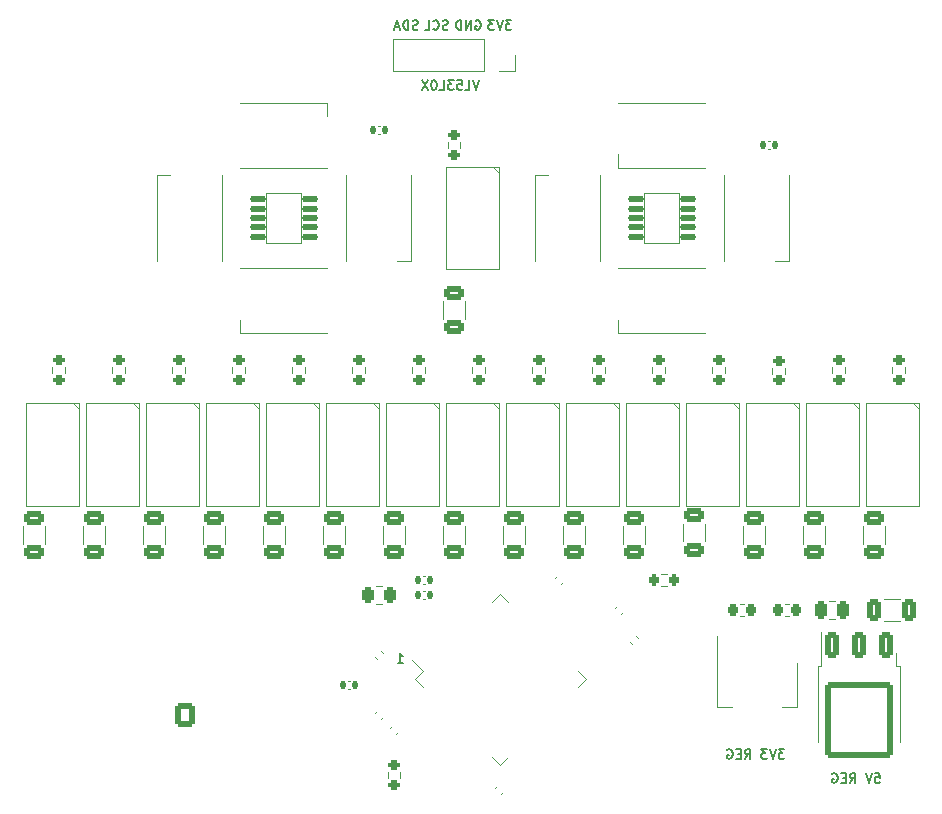
<source format=gbr>
%TF.GenerationSoftware,KiCad,Pcbnew,7.0.9*%
%TF.CreationDate,2024-05-07T12:38:31+09:00*%
%TF.ProjectId,04-line,30342d6c-696e-4652-9e6b-696361645f70,rev?*%
%TF.SameCoordinates,Original*%
%TF.FileFunction,Legend,Bot*%
%TF.FilePolarity,Positive*%
%FSLAX46Y46*%
G04 Gerber Fmt 4.6, Leading zero omitted, Abs format (unit mm)*
G04 Created by KiCad (PCBNEW 7.0.9) date 2024-05-07 12:38:31*
%MOMM*%
%LPD*%
G01*
G04 APERTURE LIST*
G04 Aperture macros list*
%AMRoundRect*
0 Rectangle with rounded corners*
0 $1 Rounding radius*
0 $2 $3 $4 $5 $6 $7 $8 $9 X,Y pos of 4 corners*
0 Add a 4 corners polygon primitive as box body*
4,1,4,$2,$3,$4,$5,$6,$7,$8,$9,$2,$3,0*
0 Add four circle primitives for the rounded corners*
1,1,$1+$1,$2,$3*
1,1,$1+$1,$4,$5*
1,1,$1+$1,$6,$7*
1,1,$1+$1,$8,$9*
0 Add four rect primitives between the rounded corners*
20,1,$1+$1,$2,$3,$4,$5,0*
20,1,$1+$1,$4,$5,$6,$7,0*
20,1,$1+$1,$6,$7,$8,$9,0*
20,1,$1+$1,$8,$9,$2,$3,0*%
G04 Aperture macros list end*
%ADD10C,0.150000*%
%ADD11C,0.120000*%
%ADD12C,0.100000*%
%ADD13R,1.700000X1.700000*%
%ADD14O,1.700000X1.700000*%
%ADD15RoundRect,0.250000X-0.600000X-0.725000X0.600000X-0.725000X0.600000X0.725000X-0.600000X0.725000X0*%
%ADD16O,1.700000X1.950000*%
%ADD17RoundRect,0.140000X-0.140000X-0.170000X0.140000X-0.170000X0.140000X0.170000X-0.140000X0.170000X0*%
%ADD18R,0.900000X1.500000*%
%ADD19C,1.524000*%
%ADD20RoundRect,0.200000X-0.200000X-0.275000X0.200000X-0.275000X0.200000X0.275000X-0.200000X0.275000X0*%
%ADD21RoundRect,0.200000X0.275000X-0.200000X0.275000X0.200000X-0.275000X0.200000X-0.275000X-0.200000X0*%
%ADD22RoundRect,0.125000X0.575000X0.125000X-0.575000X0.125000X-0.575000X-0.125000X0.575000X-0.125000X0*%
%ADD23RoundRect,0.250000X0.325000X0.650000X-0.325000X0.650000X-0.325000X-0.650000X0.325000X-0.650000X0*%
%ADD24RoundRect,0.250000X0.625000X-0.312500X0.625000X0.312500X-0.625000X0.312500X-0.625000X-0.312500X0*%
%ADD25RoundRect,0.250000X-0.250000X-0.475000X0.250000X-0.475000X0.250000X0.475000X-0.250000X0.475000X0*%
%ADD26R,1.500000X0.900000*%
%ADD27RoundRect,0.250000X-0.262500X-0.450000X0.262500X-0.450000X0.262500X0.450000X-0.262500X0.450000X0*%
%ADD28R,0.600000X2.200000*%
%ADD29R,3.450000X2.150000*%
%ADD30RoundRect,0.140000X0.021213X-0.219203X0.219203X-0.021213X-0.021213X0.219203X-0.219203X0.021213X0*%
%ADD31RoundRect,0.140000X0.219203X0.021213X0.021213X0.219203X-0.219203X-0.021213X-0.021213X-0.219203X0*%
%ADD32RoundRect,0.140000X-0.021213X0.219203X-0.219203X0.021213X0.021213X-0.219203X0.219203X-0.021213X0*%
%ADD33RoundRect,0.075000X-0.548008X0.441942X0.441942X-0.548008X0.548008X-0.441942X-0.441942X0.548008X0*%
%ADD34RoundRect,0.075000X-0.548008X-0.441942X-0.441942X-0.548008X0.548008X0.441942X0.441942X0.548008X0*%
%ADD35RoundRect,0.225000X0.225000X0.250000X-0.225000X0.250000X-0.225000X-0.250000X0.225000X-0.250000X0*%
%ADD36RoundRect,0.250000X-0.350000X0.850000X-0.350000X-0.850000X0.350000X-0.850000X0.350000X0.850000X0*%
%ADD37RoundRect,0.249997X-2.650003X2.950003X-2.650003X-2.950003X2.650003X-2.950003X2.650003X2.950003X0*%
%ADD38RoundRect,0.140000X0.140000X0.170000X-0.140000X0.170000X-0.140000X-0.170000X0.140000X-0.170000X0*%
%ADD39RoundRect,0.140000X-0.219203X-0.021213X-0.021213X-0.219203X0.219203X0.021213X0.021213X0.219203X0*%
%ADD40RoundRect,0.225000X-0.225000X-0.250000X0.225000X-0.250000X0.225000X0.250000X-0.225000X0.250000X0*%
%ADD41RoundRect,0.200000X-0.275000X0.200000X-0.275000X-0.200000X0.275000X-0.200000X0.275000X0.200000X0*%
G04 APERTURE END LIST*
D10*
X119471887Y-137016295D02*
X119852839Y-137016295D01*
X119852839Y-137016295D02*
X119890935Y-137397247D01*
X119890935Y-137397247D02*
X119852839Y-137359152D01*
X119852839Y-137359152D02*
X119776649Y-137321057D01*
X119776649Y-137321057D02*
X119586173Y-137321057D01*
X119586173Y-137321057D02*
X119509982Y-137359152D01*
X119509982Y-137359152D02*
X119471887Y-137397247D01*
X119471887Y-137397247D02*
X119433792Y-137473438D01*
X119433792Y-137473438D02*
X119433792Y-137663914D01*
X119433792Y-137663914D02*
X119471887Y-137740104D01*
X119471887Y-137740104D02*
X119509982Y-137778200D01*
X119509982Y-137778200D02*
X119586173Y-137816295D01*
X119586173Y-137816295D02*
X119776649Y-137816295D01*
X119776649Y-137816295D02*
X119852839Y-137778200D01*
X119852839Y-137778200D02*
X119890935Y-137740104D01*
X119205220Y-137016295D02*
X118938553Y-137816295D01*
X118938553Y-137816295D02*
X118671887Y-137016295D01*
X117338553Y-137816295D02*
X117605220Y-137435342D01*
X117795696Y-137816295D02*
X117795696Y-137016295D01*
X117795696Y-137016295D02*
X117490934Y-137016295D01*
X117490934Y-137016295D02*
X117414744Y-137054390D01*
X117414744Y-137054390D02*
X117376649Y-137092485D01*
X117376649Y-137092485D02*
X117338553Y-137168676D01*
X117338553Y-137168676D02*
X117338553Y-137282961D01*
X117338553Y-137282961D02*
X117376649Y-137359152D01*
X117376649Y-137359152D02*
X117414744Y-137397247D01*
X117414744Y-137397247D02*
X117490934Y-137435342D01*
X117490934Y-137435342D02*
X117795696Y-137435342D01*
X116995696Y-137397247D02*
X116729030Y-137397247D01*
X116614744Y-137816295D02*
X116995696Y-137816295D01*
X116995696Y-137816295D02*
X116995696Y-137016295D01*
X116995696Y-137016295D02*
X116614744Y-137016295D01*
X115852839Y-137054390D02*
X115929029Y-137016295D01*
X115929029Y-137016295D02*
X116043315Y-137016295D01*
X116043315Y-137016295D02*
X116157601Y-137054390D01*
X116157601Y-137054390D02*
X116233791Y-137130580D01*
X116233791Y-137130580D02*
X116271886Y-137206771D01*
X116271886Y-137206771D02*
X116309982Y-137359152D01*
X116309982Y-137359152D02*
X116309982Y-137473438D01*
X116309982Y-137473438D02*
X116271886Y-137625819D01*
X116271886Y-137625819D02*
X116233791Y-137702009D01*
X116233791Y-137702009D02*
X116157601Y-137778200D01*
X116157601Y-137778200D02*
X116043315Y-137816295D01*
X116043315Y-137816295D02*
X115967124Y-137816295D01*
X115967124Y-137816295D02*
X115852839Y-137778200D01*
X115852839Y-137778200D02*
X115814743Y-137740104D01*
X115814743Y-137740104D02*
X115814743Y-137473438D01*
X115814743Y-137473438D02*
X115967124Y-137473438D01*
X88687030Y-73262295D02*
X88191792Y-73262295D01*
X88191792Y-73262295D02*
X88458458Y-73567057D01*
X88458458Y-73567057D02*
X88344173Y-73567057D01*
X88344173Y-73567057D02*
X88267982Y-73605152D01*
X88267982Y-73605152D02*
X88229887Y-73643247D01*
X88229887Y-73643247D02*
X88191792Y-73719438D01*
X88191792Y-73719438D02*
X88191792Y-73909914D01*
X88191792Y-73909914D02*
X88229887Y-73986104D01*
X88229887Y-73986104D02*
X88267982Y-74024200D01*
X88267982Y-74024200D02*
X88344173Y-74062295D01*
X88344173Y-74062295D02*
X88572744Y-74062295D01*
X88572744Y-74062295D02*
X88648935Y-74024200D01*
X88648935Y-74024200D02*
X88687030Y-73986104D01*
X87963220Y-73262295D02*
X87696553Y-74062295D01*
X87696553Y-74062295D02*
X87429887Y-73262295D01*
X87239411Y-73262295D02*
X86744173Y-73262295D01*
X86744173Y-73262295D02*
X87010839Y-73567057D01*
X87010839Y-73567057D02*
X86896554Y-73567057D01*
X86896554Y-73567057D02*
X86820363Y-73605152D01*
X86820363Y-73605152D02*
X86782268Y-73643247D01*
X86782268Y-73643247D02*
X86744173Y-73719438D01*
X86744173Y-73719438D02*
X86744173Y-73909914D01*
X86744173Y-73909914D02*
X86782268Y-73986104D01*
X86782268Y-73986104D02*
X86820363Y-74024200D01*
X86820363Y-74024200D02*
X86896554Y-74062295D01*
X86896554Y-74062295D02*
X87125125Y-74062295D01*
X87125125Y-74062295D02*
X87201316Y-74024200D01*
X87201316Y-74024200D02*
X87239411Y-73986104D01*
X85651792Y-73300390D02*
X85727982Y-73262295D01*
X85727982Y-73262295D02*
X85842268Y-73262295D01*
X85842268Y-73262295D02*
X85956554Y-73300390D01*
X85956554Y-73300390D02*
X86032744Y-73376580D01*
X86032744Y-73376580D02*
X86070839Y-73452771D01*
X86070839Y-73452771D02*
X86108935Y-73605152D01*
X86108935Y-73605152D02*
X86108935Y-73719438D01*
X86108935Y-73719438D02*
X86070839Y-73871819D01*
X86070839Y-73871819D02*
X86032744Y-73948009D01*
X86032744Y-73948009D02*
X85956554Y-74024200D01*
X85956554Y-74024200D02*
X85842268Y-74062295D01*
X85842268Y-74062295D02*
X85766077Y-74062295D01*
X85766077Y-74062295D02*
X85651792Y-74024200D01*
X85651792Y-74024200D02*
X85613696Y-73986104D01*
X85613696Y-73986104D02*
X85613696Y-73719438D01*
X85613696Y-73719438D02*
X85766077Y-73719438D01*
X85270839Y-74062295D02*
X85270839Y-73262295D01*
X85270839Y-73262295D02*
X84813696Y-74062295D01*
X84813696Y-74062295D02*
X84813696Y-73262295D01*
X84432744Y-74062295D02*
X84432744Y-73262295D01*
X84432744Y-73262295D02*
X84242268Y-73262295D01*
X84242268Y-73262295D02*
X84127982Y-73300390D01*
X84127982Y-73300390D02*
X84051792Y-73376580D01*
X84051792Y-73376580D02*
X84013697Y-73452771D01*
X84013697Y-73452771D02*
X83975601Y-73605152D01*
X83975601Y-73605152D02*
X83975601Y-73719438D01*
X83975601Y-73719438D02*
X84013697Y-73871819D01*
X84013697Y-73871819D02*
X84051792Y-73948009D01*
X84051792Y-73948009D02*
X84127982Y-74024200D01*
X84127982Y-74024200D02*
X84242268Y-74062295D01*
X84242268Y-74062295D02*
X84432744Y-74062295D01*
X83314935Y-74024200D02*
X83200649Y-74062295D01*
X83200649Y-74062295D02*
X83010173Y-74062295D01*
X83010173Y-74062295D02*
X82933982Y-74024200D01*
X82933982Y-74024200D02*
X82895887Y-73986104D01*
X82895887Y-73986104D02*
X82857792Y-73909914D01*
X82857792Y-73909914D02*
X82857792Y-73833723D01*
X82857792Y-73833723D02*
X82895887Y-73757533D01*
X82895887Y-73757533D02*
X82933982Y-73719438D01*
X82933982Y-73719438D02*
X83010173Y-73681342D01*
X83010173Y-73681342D02*
X83162554Y-73643247D01*
X83162554Y-73643247D02*
X83238744Y-73605152D01*
X83238744Y-73605152D02*
X83276839Y-73567057D01*
X83276839Y-73567057D02*
X83314935Y-73490866D01*
X83314935Y-73490866D02*
X83314935Y-73414676D01*
X83314935Y-73414676D02*
X83276839Y-73338485D01*
X83276839Y-73338485D02*
X83238744Y-73300390D01*
X83238744Y-73300390D02*
X83162554Y-73262295D01*
X83162554Y-73262295D02*
X82972077Y-73262295D01*
X82972077Y-73262295D02*
X82857792Y-73300390D01*
X82057791Y-73986104D02*
X82095887Y-74024200D01*
X82095887Y-74024200D02*
X82210172Y-74062295D01*
X82210172Y-74062295D02*
X82286363Y-74062295D01*
X82286363Y-74062295D02*
X82400649Y-74024200D01*
X82400649Y-74024200D02*
X82476839Y-73948009D01*
X82476839Y-73948009D02*
X82514934Y-73871819D01*
X82514934Y-73871819D02*
X82553030Y-73719438D01*
X82553030Y-73719438D02*
X82553030Y-73605152D01*
X82553030Y-73605152D02*
X82514934Y-73452771D01*
X82514934Y-73452771D02*
X82476839Y-73376580D01*
X82476839Y-73376580D02*
X82400649Y-73300390D01*
X82400649Y-73300390D02*
X82286363Y-73262295D01*
X82286363Y-73262295D02*
X82210172Y-73262295D01*
X82210172Y-73262295D02*
X82095887Y-73300390D01*
X82095887Y-73300390D02*
X82057791Y-73338485D01*
X81333982Y-74062295D02*
X81714934Y-74062295D01*
X81714934Y-74062295D02*
X81714934Y-73262295D01*
X79047792Y-127656295D02*
X79504935Y-127656295D01*
X79276363Y-127656295D02*
X79276363Y-126856295D01*
X79276363Y-126856295D02*
X79352554Y-126970580D01*
X79352554Y-126970580D02*
X79428744Y-127046771D01*
X79428744Y-127046771D02*
X79504935Y-127084866D01*
X80774935Y-74024200D02*
X80660649Y-74062295D01*
X80660649Y-74062295D02*
X80470173Y-74062295D01*
X80470173Y-74062295D02*
X80393982Y-74024200D01*
X80393982Y-74024200D02*
X80355887Y-73986104D01*
X80355887Y-73986104D02*
X80317792Y-73909914D01*
X80317792Y-73909914D02*
X80317792Y-73833723D01*
X80317792Y-73833723D02*
X80355887Y-73757533D01*
X80355887Y-73757533D02*
X80393982Y-73719438D01*
X80393982Y-73719438D02*
X80470173Y-73681342D01*
X80470173Y-73681342D02*
X80622554Y-73643247D01*
X80622554Y-73643247D02*
X80698744Y-73605152D01*
X80698744Y-73605152D02*
X80736839Y-73567057D01*
X80736839Y-73567057D02*
X80774935Y-73490866D01*
X80774935Y-73490866D02*
X80774935Y-73414676D01*
X80774935Y-73414676D02*
X80736839Y-73338485D01*
X80736839Y-73338485D02*
X80698744Y-73300390D01*
X80698744Y-73300390D02*
X80622554Y-73262295D01*
X80622554Y-73262295D02*
X80432077Y-73262295D01*
X80432077Y-73262295D02*
X80317792Y-73300390D01*
X79974934Y-74062295D02*
X79974934Y-73262295D01*
X79974934Y-73262295D02*
X79784458Y-73262295D01*
X79784458Y-73262295D02*
X79670172Y-73300390D01*
X79670172Y-73300390D02*
X79593982Y-73376580D01*
X79593982Y-73376580D02*
X79555887Y-73452771D01*
X79555887Y-73452771D02*
X79517791Y-73605152D01*
X79517791Y-73605152D02*
X79517791Y-73719438D01*
X79517791Y-73719438D02*
X79555887Y-73871819D01*
X79555887Y-73871819D02*
X79593982Y-73948009D01*
X79593982Y-73948009D02*
X79670172Y-74024200D01*
X79670172Y-74024200D02*
X79784458Y-74062295D01*
X79784458Y-74062295D02*
X79974934Y-74062295D01*
X79213030Y-73833723D02*
X78832077Y-73833723D01*
X79289220Y-74062295D02*
X79022553Y-73262295D01*
X79022553Y-73262295D02*
X78755887Y-74062295D01*
X85931125Y-78342295D02*
X85664458Y-79142295D01*
X85664458Y-79142295D02*
X85397792Y-78342295D01*
X84750173Y-79142295D02*
X85131125Y-79142295D01*
X85131125Y-79142295D02*
X85131125Y-78342295D01*
X84102554Y-78342295D02*
X84483506Y-78342295D01*
X84483506Y-78342295D02*
X84521602Y-78723247D01*
X84521602Y-78723247D02*
X84483506Y-78685152D01*
X84483506Y-78685152D02*
X84407316Y-78647057D01*
X84407316Y-78647057D02*
X84216840Y-78647057D01*
X84216840Y-78647057D02*
X84140649Y-78685152D01*
X84140649Y-78685152D02*
X84102554Y-78723247D01*
X84102554Y-78723247D02*
X84064459Y-78799438D01*
X84064459Y-78799438D02*
X84064459Y-78989914D01*
X84064459Y-78989914D02*
X84102554Y-79066104D01*
X84102554Y-79066104D02*
X84140649Y-79104200D01*
X84140649Y-79104200D02*
X84216840Y-79142295D01*
X84216840Y-79142295D02*
X84407316Y-79142295D01*
X84407316Y-79142295D02*
X84483506Y-79104200D01*
X84483506Y-79104200D02*
X84521602Y-79066104D01*
X83797792Y-78342295D02*
X83302554Y-78342295D01*
X83302554Y-78342295D02*
X83569220Y-78647057D01*
X83569220Y-78647057D02*
X83454935Y-78647057D01*
X83454935Y-78647057D02*
X83378744Y-78685152D01*
X83378744Y-78685152D02*
X83340649Y-78723247D01*
X83340649Y-78723247D02*
X83302554Y-78799438D01*
X83302554Y-78799438D02*
X83302554Y-78989914D01*
X83302554Y-78989914D02*
X83340649Y-79066104D01*
X83340649Y-79066104D02*
X83378744Y-79104200D01*
X83378744Y-79104200D02*
X83454935Y-79142295D01*
X83454935Y-79142295D02*
X83683506Y-79142295D01*
X83683506Y-79142295D02*
X83759697Y-79104200D01*
X83759697Y-79104200D02*
X83797792Y-79066104D01*
X82578744Y-79142295D02*
X82959696Y-79142295D01*
X82959696Y-79142295D02*
X82959696Y-78342295D01*
X82159696Y-78342295D02*
X82083506Y-78342295D01*
X82083506Y-78342295D02*
X82007315Y-78380390D01*
X82007315Y-78380390D02*
X81969220Y-78418485D01*
X81969220Y-78418485D02*
X81931125Y-78494676D01*
X81931125Y-78494676D02*
X81893030Y-78647057D01*
X81893030Y-78647057D02*
X81893030Y-78837533D01*
X81893030Y-78837533D02*
X81931125Y-78989914D01*
X81931125Y-78989914D02*
X81969220Y-79066104D01*
X81969220Y-79066104D02*
X82007315Y-79104200D01*
X82007315Y-79104200D02*
X82083506Y-79142295D01*
X82083506Y-79142295D02*
X82159696Y-79142295D01*
X82159696Y-79142295D02*
X82235887Y-79104200D01*
X82235887Y-79104200D02*
X82273982Y-79066104D01*
X82273982Y-79066104D02*
X82312077Y-78989914D01*
X82312077Y-78989914D02*
X82350173Y-78837533D01*
X82350173Y-78837533D02*
X82350173Y-78647057D01*
X82350173Y-78647057D02*
X82312077Y-78494676D01*
X82312077Y-78494676D02*
X82273982Y-78418485D01*
X82273982Y-78418485D02*
X82235887Y-78380390D01*
X82235887Y-78380390D02*
X82159696Y-78342295D01*
X81626363Y-78342295D02*
X81093029Y-79142295D01*
X81093029Y-78342295D02*
X81626363Y-79142295D01*
X111801030Y-134984295D02*
X111305792Y-134984295D01*
X111305792Y-134984295D02*
X111572458Y-135289057D01*
X111572458Y-135289057D02*
X111458173Y-135289057D01*
X111458173Y-135289057D02*
X111381982Y-135327152D01*
X111381982Y-135327152D02*
X111343887Y-135365247D01*
X111343887Y-135365247D02*
X111305792Y-135441438D01*
X111305792Y-135441438D02*
X111305792Y-135631914D01*
X111305792Y-135631914D02*
X111343887Y-135708104D01*
X111343887Y-135708104D02*
X111381982Y-135746200D01*
X111381982Y-135746200D02*
X111458173Y-135784295D01*
X111458173Y-135784295D02*
X111686744Y-135784295D01*
X111686744Y-135784295D02*
X111762935Y-135746200D01*
X111762935Y-135746200D02*
X111801030Y-135708104D01*
X111077220Y-134984295D02*
X110810553Y-135784295D01*
X110810553Y-135784295D02*
X110543887Y-134984295D01*
X110353411Y-134984295D02*
X109858173Y-134984295D01*
X109858173Y-134984295D02*
X110124839Y-135289057D01*
X110124839Y-135289057D02*
X110010554Y-135289057D01*
X110010554Y-135289057D02*
X109934363Y-135327152D01*
X109934363Y-135327152D02*
X109896268Y-135365247D01*
X109896268Y-135365247D02*
X109858173Y-135441438D01*
X109858173Y-135441438D02*
X109858173Y-135631914D01*
X109858173Y-135631914D02*
X109896268Y-135708104D01*
X109896268Y-135708104D02*
X109934363Y-135746200D01*
X109934363Y-135746200D02*
X110010554Y-135784295D01*
X110010554Y-135784295D02*
X110239125Y-135784295D01*
X110239125Y-135784295D02*
X110315316Y-135746200D01*
X110315316Y-135746200D02*
X110353411Y-135708104D01*
X108448648Y-135784295D02*
X108715315Y-135403342D01*
X108905791Y-135784295D02*
X108905791Y-134984295D01*
X108905791Y-134984295D02*
X108601029Y-134984295D01*
X108601029Y-134984295D02*
X108524839Y-135022390D01*
X108524839Y-135022390D02*
X108486744Y-135060485D01*
X108486744Y-135060485D02*
X108448648Y-135136676D01*
X108448648Y-135136676D02*
X108448648Y-135250961D01*
X108448648Y-135250961D02*
X108486744Y-135327152D01*
X108486744Y-135327152D02*
X108524839Y-135365247D01*
X108524839Y-135365247D02*
X108601029Y-135403342D01*
X108601029Y-135403342D02*
X108905791Y-135403342D01*
X108105791Y-135365247D02*
X107839125Y-135365247D01*
X107724839Y-135784295D02*
X108105791Y-135784295D01*
X108105791Y-135784295D02*
X108105791Y-134984295D01*
X108105791Y-134984295D02*
X107724839Y-134984295D01*
X106962934Y-135022390D02*
X107039124Y-134984295D01*
X107039124Y-134984295D02*
X107153410Y-134984295D01*
X107153410Y-134984295D02*
X107267696Y-135022390D01*
X107267696Y-135022390D02*
X107343886Y-135098580D01*
X107343886Y-135098580D02*
X107381981Y-135174771D01*
X107381981Y-135174771D02*
X107420077Y-135327152D01*
X107420077Y-135327152D02*
X107420077Y-135441438D01*
X107420077Y-135441438D02*
X107381981Y-135593819D01*
X107381981Y-135593819D02*
X107343886Y-135670009D01*
X107343886Y-135670009D02*
X107267696Y-135746200D01*
X107267696Y-135746200D02*
X107153410Y-135784295D01*
X107153410Y-135784295D02*
X107077219Y-135784295D01*
X107077219Y-135784295D02*
X106962934Y-135746200D01*
X106962934Y-135746200D02*
X106924838Y-135708104D01*
X106924838Y-135708104D02*
X106924838Y-135441438D01*
X106924838Y-135441438D02*
X107077219Y-135441438D01*
D11*
%TO.C,C15*%
X81172164Y-121560000D02*
X81387836Y-121560000D01*
X81172164Y-122280000D02*
X81387836Y-122280000D01*
%TO.C,D6*%
X80150500Y-86350000D02*
X80150500Y-93650000D01*
X74650500Y-86350000D02*
X74650500Y-93650000D01*
X80150500Y-93650000D02*
X79000500Y-93650000D01*
D12*
%TO.C,U2*%
X82570500Y-106150000D02*
X82070500Y-105650000D01*
X82570500Y-114350000D02*
X78070500Y-114350000D01*
X78070500Y-114350000D02*
X78070500Y-105650000D01*
X78070500Y-105650000D02*
X82570500Y-105650000D01*
X82570500Y-105650000D02*
X82570500Y-114350000D01*
D11*
%TO.C,R26*%
X101362742Y-120127500D02*
X101837258Y-120127500D01*
X101362742Y-121172500D02*
X101837258Y-121172500D01*
D12*
%TO.C,U15*%
X107970500Y-106150000D02*
X107470500Y-105650000D01*
X107970500Y-114350000D02*
X103470500Y-114350000D01*
X103470500Y-114350000D02*
X103470500Y-105650000D01*
X103470500Y-105650000D02*
X107970500Y-105650000D01*
X107970500Y-105650000D02*
X107970500Y-114350000D01*
D11*
%TO.C,C16*%
X81172164Y-120290000D02*
X81387836Y-120290000D01*
X81172164Y-121010000D02*
X81387836Y-121010000D01*
D12*
%TO.C,U14*%
X102890500Y-106150000D02*
X102390500Y-105650000D01*
X102890500Y-114350000D02*
X98390500Y-114350000D01*
X98390500Y-114350000D02*
X98390500Y-105650000D01*
X98390500Y-105650000D02*
X102890500Y-105650000D01*
X102890500Y-105650000D02*
X102890500Y-114350000D01*
D11*
%TO.C,R9*%
X83297500Y-84057258D02*
X83297500Y-83582742D01*
X84342500Y-84057258D02*
X84342500Y-83582742D01*
D12*
%TO.C,U25*%
X70900500Y-87900000D02*
X67900500Y-87900000D01*
X67900500Y-87900000D02*
X67900500Y-92100000D01*
X67900500Y-92100000D02*
X70900500Y-92100000D01*
X70900500Y-92100000D02*
X70900500Y-87900000D01*
%TO.C,U7*%
X57170500Y-106150000D02*
X56670500Y-105650000D01*
X57170500Y-114350000D02*
X52670500Y-114350000D01*
X52670500Y-114350000D02*
X52670500Y-105650000D01*
X52670500Y-105650000D02*
X57170500Y-105650000D01*
X57170500Y-105650000D02*
X57170500Y-114350000D01*
D11*
%TO.C,C10*%
X121616252Y-124100000D02*
X120193748Y-124100000D01*
X121616252Y-122280000D02*
X120193748Y-122280000D01*
%TO.C,R14*%
X57510000Y-117567064D02*
X57510000Y-116112936D01*
X59330000Y-117567064D02*
X59330000Y-116112936D01*
%TO.C,C6*%
X110382164Y-83460000D02*
X110597836Y-83460000D01*
X110382164Y-84180000D02*
X110597836Y-84180000D01*
%TO.C,J2*%
X78680000Y-77530000D02*
X78680000Y-74870000D01*
X86360000Y-77530000D02*
X78680000Y-77530000D01*
X86360000Y-77530000D02*
X86360000Y-74870000D01*
X87630000Y-77530000D02*
X88960000Y-77530000D01*
X88960000Y-77530000D02*
X88960000Y-76200000D01*
X86360000Y-74870000D02*
X78680000Y-74870000D01*
%TO.C,R30*%
X98150000Y-117567064D02*
X98150000Y-116112936D01*
X99970000Y-117567064D02*
X99970000Y-116112936D01*
%TO.C,R25*%
X120952500Y-103107258D02*
X120952500Y-102632742D01*
X121997500Y-103107258D02*
X121997500Y-102632742D01*
D12*
%TO.C,U4*%
X72410500Y-106150000D02*
X71910500Y-105650000D01*
X72410500Y-114350000D02*
X67910500Y-114350000D01*
X67910500Y-114350000D02*
X67910500Y-105650000D01*
X67910500Y-105650000D02*
X72410500Y-105650000D01*
X72410500Y-105650000D02*
X72410500Y-114350000D01*
D11*
%TO.C,R4*%
X65072500Y-103107258D02*
X65072500Y-102632742D01*
X66117500Y-103107258D02*
X66117500Y-102632742D01*
%TO.C,R10*%
X77830000Y-117567064D02*
X77830000Y-116112936D01*
X79650000Y-117567064D02*
X79650000Y-116112936D01*
%TO.C,R34*%
X118470000Y-117567064D02*
X118470000Y-116112936D01*
X120290000Y-117567064D02*
X120290000Y-116112936D01*
%TO.C,R24*%
X115872500Y-103107258D02*
X115872500Y-102632742D01*
X116917500Y-103107258D02*
X116917500Y-102632742D01*
%TO.C,R12*%
X67670000Y-117567064D02*
X67670000Y-116112936D01*
X69490000Y-117567064D02*
X69490000Y-116112936D01*
%TO.C,R7*%
X49832500Y-103107258D02*
X49832500Y-102632742D01*
X50877500Y-103107258D02*
X50877500Y-102632742D01*
%TO.C,R21*%
X100632500Y-103107258D02*
X100632500Y-102632742D01*
X101677500Y-103107258D02*
X101677500Y-102632742D01*
%TO.C,R33*%
X113390000Y-117567064D02*
X113390000Y-116112936D01*
X115210000Y-117567064D02*
X115210000Y-116112936D01*
%TO.C,R17*%
X82910000Y-117567064D02*
X82910000Y-116112936D01*
X84730000Y-117567064D02*
X84730000Y-116112936D01*
%TO.C,R23*%
X110792500Y-103167258D02*
X110792500Y-102692742D01*
X111837500Y-103167258D02*
X111837500Y-102692742D01*
%TO.C,R11*%
X72750000Y-117567064D02*
X72750000Y-116112936D01*
X74570000Y-117567064D02*
X74570000Y-116112936D01*
%TO.C,R18*%
X82910000Y-98517064D02*
X82910000Y-97062936D01*
X84730000Y-98517064D02*
X84730000Y-97062936D01*
%TO.C,R16*%
X47350000Y-117567064D02*
X47350000Y-116112936D01*
X49170000Y-117567064D02*
X49170000Y-116112936D01*
%TO.C,R32*%
X108310000Y-117567064D02*
X108310000Y-116112936D01*
X110130000Y-117567064D02*
X110130000Y-116112936D01*
%TO.C,R3*%
X70152500Y-103107258D02*
X70152500Y-102632742D01*
X71197500Y-103107258D02*
X71197500Y-102632742D01*
%TO.C,C9*%
X115563748Y-122455000D02*
X116086252Y-122455000D01*
X115563748Y-123925000D02*
X116086252Y-123925000D01*
D12*
%TO.C,U5*%
X67330500Y-106150000D02*
X66830500Y-105650000D01*
X67330500Y-114350000D02*
X62830500Y-114350000D01*
X62830500Y-114350000D02*
X62830500Y-105650000D01*
X62830500Y-105650000D02*
X67330500Y-105650000D01*
X67330500Y-105650000D02*
X67330500Y-114350000D01*
D11*
%TO.C,D5*%
X73050500Y-99750000D02*
X65750500Y-99750000D01*
X73050500Y-94250000D02*
X65750500Y-94250000D01*
X65750500Y-99750000D02*
X65750500Y-98600000D01*
%TO.C,FB1*%
X77242936Y-121185000D02*
X77697064Y-121185000D01*
X77242936Y-122655000D02*
X77697064Y-122655000D01*
%TO.C,D3*%
X105050500Y-85750000D02*
X97750500Y-85750000D01*
X105050500Y-80250000D02*
X97750500Y-80250000D01*
X97750500Y-85750000D02*
X97750500Y-84600000D01*
%TO.C,D8*%
X58650500Y-93650000D02*
X58650500Y-86350000D01*
X64150500Y-93650000D02*
X64150500Y-86350000D01*
X58650500Y-86350000D02*
X59800500Y-86350000D01*
%TO.C,U27*%
X106065000Y-125402500D02*
X106065000Y-131412500D01*
X112885000Y-127652500D02*
X112885000Y-131412500D01*
X112885000Y-131412500D02*
X111625000Y-131412500D01*
X106065000Y-131412500D02*
X107325000Y-131412500D01*
%TO.C,C4*%
X77139190Y-131901693D02*
X77291693Y-131749190D01*
X77648307Y-132410810D02*
X77800810Y-132258307D01*
%TO.C,C5*%
X77291693Y-127330810D02*
X77139190Y-127178307D01*
X77800810Y-126821693D02*
X77648307Y-126669190D01*
%TO.C,C12*%
X93040810Y-120828307D02*
X92888307Y-120980810D01*
X92531693Y-120319190D02*
X92379190Y-120471693D01*
%TO.C,R31*%
X103230000Y-117374564D02*
X103230000Y-115920436D01*
X105050000Y-117374564D02*
X105050000Y-115920436D01*
%TO.C,R28*%
X87990000Y-117567064D02*
X87990000Y-116112936D01*
X89810000Y-117567064D02*
X89810000Y-116112936D01*
D12*
%TO.C,U16*%
X113050500Y-106150000D02*
X112550500Y-105650000D01*
X113050500Y-114350000D02*
X108550500Y-114350000D01*
X108550500Y-114350000D02*
X108550500Y-105650000D01*
X108550500Y-105650000D02*
X113050500Y-105650000D01*
X113050500Y-105650000D02*
X113050500Y-114350000D01*
D11*
%TO.C,R22*%
X105712500Y-103107258D02*
X105712500Y-102632742D01*
X106757500Y-103107258D02*
X106757500Y-102632742D01*
%TO.C,U24*%
X87748159Y-121841656D02*
X87076408Y-122513407D01*
X81193279Y-128396536D02*
X80245756Y-127449012D01*
X80521528Y-129068287D02*
X81193279Y-128396536D01*
X88419910Y-122513407D02*
X87748159Y-121841656D01*
X81193279Y-129740038D02*
X80521528Y-129068287D01*
X94303039Y-128396536D02*
X94974790Y-129068287D01*
X87076408Y-135623167D02*
X87748159Y-136294918D01*
X94974790Y-129068287D02*
X94303039Y-129740038D01*
X87748159Y-136294918D02*
X88419910Y-135623167D01*
%TO.C,C8*%
X112155580Y-123700000D02*
X111874420Y-123700000D01*
X112155580Y-122680000D02*
X111874420Y-122680000D01*
D12*
%TO.C,U17*%
X118130500Y-106150000D02*
X117630500Y-105650000D01*
X118130500Y-114350000D02*
X113630500Y-114350000D01*
X113630500Y-114350000D02*
X113630500Y-105650000D01*
X113630500Y-105650000D02*
X118130500Y-105650000D01*
X118130500Y-105650000D02*
X118130500Y-114350000D01*
D11*
%TO.C,D4*%
X90650500Y-93650000D02*
X90650500Y-86350000D01*
X96150500Y-93650000D02*
X96150500Y-86350000D01*
X90650500Y-86350000D02*
X91800500Y-86350000D01*
%TO.C,C14*%
X79070810Y-133528307D02*
X78918307Y-133680810D01*
X78561693Y-133019190D02*
X78409190Y-133171693D01*
D12*
%TO.C,U8*%
X52090500Y-106150000D02*
X51590500Y-105650000D01*
X52090500Y-114350000D02*
X47590500Y-114350000D01*
X47590500Y-114350000D02*
X47590500Y-105650000D01*
X47590500Y-105650000D02*
X52090500Y-105650000D01*
X52090500Y-105650000D02*
X52090500Y-114350000D01*
D11*
%TO.C,R8*%
X85392500Y-103107258D02*
X85392500Y-102632742D01*
X86437500Y-103107258D02*
X86437500Y-102632742D01*
%TO.C,C2*%
X97459190Y-123011693D02*
X97611693Y-122859190D01*
X97968307Y-123520810D02*
X98120810Y-123368307D01*
%TO.C,R29*%
X93070000Y-117567064D02*
X93070000Y-116112936D01*
X94890000Y-117567064D02*
X94890000Y-116112936D01*
%TO.C,R20*%
X95552500Y-103107258D02*
X95552500Y-102632742D01*
X96597500Y-103107258D02*
X96597500Y-102632742D01*
D12*
%TO.C,U12*%
X92730500Y-106150000D02*
X92230500Y-105650000D01*
X92730500Y-114350000D02*
X88230500Y-114350000D01*
X88230500Y-114350000D02*
X88230500Y-105650000D01*
X88230500Y-105650000D02*
X92730500Y-105650000D01*
X92730500Y-105650000D02*
X92730500Y-114350000D01*
D11*
%TO.C,C3*%
X77362164Y-82190000D02*
X77577836Y-82190000D01*
X77362164Y-82910000D02*
X77577836Y-82910000D01*
%TO.C,R5*%
X59992500Y-103107258D02*
X59992500Y-102632742D01*
X61037500Y-103107258D02*
X61037500Y-102632742D01*
%TO.C,U28*%
X121560000Y-127915000D02*
X121290000Y-127915000D01*
X121290000Y-127915000D02*
X121290000Y-126815000D01*
X114930000Y-127915000D02*
X114930000Y-125085000D01*
X114660000Y-127915000D02*
X114930000Y-127915000D01*
X121560000Y-134335000D02*
X121560000Y-127915000D01*
X114660000Y-134335000D02*
X114660000Y-127915000D01*
%TO.C,C1*%
X75037836Y-129900000D02*
X74822164Y-129900000D01*
X75037836Y-129180000D02*
X74822164Y-129180000D01*
%TO.C,R19*%
X90472500Y-103107258D02*
X90472500Y-102632742D01*
X91517500Y-103107258D02*
X91517500Y-102632742D01*
%TO.C,C13*%
X87299190Y-138251693D02*
X87451693Y-138099190D01*
X87808307Y-138760810D02*
X87960810Y-138608307D01*
%TO.C,R1*%
X80312500Y-103107258D02*
X80312500Y-102632742D01*
X81357500Y-103107258D02*
X81357500Y-102632742D01*
%TO.C,R13*%
X62590000Y-117567064D02*
X62590000Y-116112936D01*
X64410000Y-117567064D02*
X64410000Y-116112936D01*
D12*
%TO.C,U3*%
X77490500Y-106150000D02*
X76990500Y-105650000D01*
X77490500Y-114350000D02*
X72990500Y-114350000D01*
X72990500Y-114350000D02*
X72990500Y-105650000D01*
X72990500Y-105650000D02*
X77490500Y-105650000D01*
X77490500Y-105650000D02*
X77490500Y-114350000D01*
%TO.C,U26*%
X102900500Y-87900000D02*
X99900500Y-87900000D01*
X99900500Y-87900000D02*
X99900500Y-92100000D01*
X99900500Y-92100000D02*
X102900500Y-92100000D01*
X102900500Y-92100000D02*
X102900500Y-87900000D01*
%TO.C,U9*%
X87650500Y-106150000D02*
X87150500Y-105650000D01*
X87650500Y-114350000D02*
X83150500Y-114350000D01*
X83150500Y-114350000D02*
X83150500Y-105650000D01*
X83150500Y-105650000D02*
X87650500Y-105650000D01*
X87650500Y-105650000D02*
X87650500Y-114350000D01*
%TO.C,U18*%
X123210500Y-106150000D02*
X122710500Y-105650000D01*
X123210500Y-114350000D02*
X118710500Y-114350000D01*
X118710500Y-114350000D02*
X118710500Y-105650000D01*
X118710500Y-105650000D02*
X123210500Y-105650000D01*
X123210500Y-105650000D02*
X123210500Y-114350000D01*
D11*
%TO.C,D2*%
X112150500Y-86350000D02*
X112150500Y-93650000D01*
X106650500Y-86350000D02*
X106650500Y-93650000D01*
X112150500Y-93650000D02*
X111000500Y-93650000D01*
D12*
%TO.C,U6*%
X62250500Y-106150000D02*
X61750500Y-105650000D01*
X62250500Y-114350000D02*
X57750500Y-114350000D01*
X57750500Y-114350000D02*
X57750500Y-105650000D01*
X57750500Y-105650000D02*
X62250500Y-105650000D01*
X62250500Y-105650000D02*
X62250500Y-114350000D01*
D11*
%TO.C,C11*%
X99238307Y-125399190D02*
X99390810Y-125551693D01*
X98729190Y-125908307D02*
X98881693Y-126060810D01*
D12*
%TO.C,U10*%
X87650500Y-86150000D02*
X87150500Y-85650000D01*
X87650500Y-94350000D02*
X83150500Y-94350000D01*
X83150500Y-94350000D02*
X83150500Y-85650000D01*
X83150500Y-85650000D02*
X87650500Y-85650000D01*
X87650500Y-85650000D02*
X87650500Y-94350000D01*
D11*
%TO.C,D7*%
X65750500Y-80250000D02*
X73050500Y-80250000D01*
X65750500Y-85750000D02*
X73050500Y-85750000D01*
X73050500Y-80250000D02*
X73050500Y-81400000D01*
%TO.C,C7*%
X108064420Y-122680000D02*
X108345580Y-122680000D01*
X108064420Y-123700000D02*
X108345580Y-123700000D01*
%TO.C,R37*%
X79262500Y-136922742D02*
X79262500Y-137397258D01*
X78217500Y-136922742D02*
X78217500Y-137397258D01*
%TO.C,R6*%
X54912500Y-103107258D02*
X54912500Y-102632742D01*
X55957500Y-103107258D02*
X55957500Y-102632742D01*
%TO.C,D1*%
X105050500Y-99750000D02*
X97750500Y-99750000D01*
X105050500Y-94250000D02*
X97750500Y-94250000D01*
X97750500Y-99750000D02*
X97750500Y-98600000D01*
%TO.C,R15*%
X52430000Y-117567064D02*
X52430000Y-116112936D01*
X54250000Y-117567064D02*
X54250000Y-116112936D01*
D12*
%TO.C,U13*%
X97810500Y-106150000D02*
X97310500Y-105650000D01*
X97810500Y-114350000D02*
X93310500Y-114350000D01*
X93310500Y-114350000D02*
X93310500Y-105650000D01*
X93310500Y-105650000D02*
X97810500Y-105650000D01*
X97810500Y-105650000D02*
X97810500Y-114350000D01*
D11*
%TO.C,R2*%
X75232500Y-103107258D02*
X75232500Y-102632742D01*
X76277500Y-103107258D02*
X76277500Y-102632742D01*
%TD*%
%LPC*%
D13*
%TO.C,J4*%
X60960000Y-125730000D03*
D14*
X60960000Y-123190000D03*
X63500000Y-125730000D03*
X63500000Y-123190000D03*
X66040000Y-125730000D03*
X66040000Y-123190000D03*
X68580000Y-125730000D03*
X68580000Y-123190000D03*
%TD*%
D13*
%TO.C,J1*%
X52070000Y-132080000D03*
D14*
X52070000Y-129540000D03*
X52070000Y-127000000D03*
X52070000Y-124460000D03*
%TD*%
D15*
%TO.C,J3*%
X61080000Y-132080000D03*
D16*
X63580000Y-132080000D03*
X66080000Y-132080000D03*
X68580000Y-132080000D03*
%TD*%
D13*
%TO.C,J5*%
X97800000Y-76200000D03*
D14*
X100340000Y-76200000D03*
X102880000Y-76200000D03*
X105420000Y-76200000D03*
%TD*%
D17*
%TO.C,C15*%
X80800000Y-121920000D03*
X81760000Y-121920000D03*
%TD*%
D18*
%TO.C,D6*%
X75750500Y-87550000D03*
X79050500Y-87550000D03*
X79050500Y-92450000D03*
X75750500Y-92450000D03*
%TD*%
D19*
%TO.C,U2*%
X81590500Y-107950000D03*
X79050500Y-107950000D03*
X81590500Y-112050000D03*
X79050500Y-112050000D03*
%TD*%
D20*
%TO.C,R26*%
X100775000Y-120650000D03*
X102425000Y-120650000D03*
%TD*%
D19*
%TO.C,U15*%
X106990500Y-107950000D03*
X104450500Y-107950000D03*
X106990500Y-112050000D03*
X104450500Y-112050000D03*
%TD*%
D17*
%TO.C,C16*%
X80800000Y-120650000D03*
X81760000Y-120650000D03*
%TD*%
D19*
%TO.C,U14*%
X101910500Y-107950000D03*
X99370500Y-107950000D03*
X101910500Y-112050000D03*
X99370500Y-112050000D03*
%TD*%
D21*
%TO.C,R9*%
X83820000Y-84645000D03*
X83820000Y-82995000D03*
%TD*%
D22*
%TO.C,U25*%
X71600500Y-88400000D03*
X71600500Y-89200000D03*
X71600500Y-90000000D03*
X71600500Y-90800000D03*
X71600500Y-91600000D03*
X67200500Y-91600000D03*
X67200500Y-90800000D03*
X67200500Y-90000000D03*
X67200500Y-89200000D03*
X67200500Y-88400000D03*
%TD*%
D19*
%TO.C,U7*%
X56190500Y-107950000D03*
X53650500Y-107950000D03*
X56190500Y-112050000D03*
X53650500Y-112050000D03*
%TD*%
D23*
%TO.C,C10*%
X122380000Y-123190000D03*
X119430000Y-123190000D03*
%TD*%
D24*
%TO.C,R14*%
X58420000Y-118302500D03*
X58420000Y-115377500D03*
%TD*%
D17*
%TO.C,C6*%
X110010000Y-83820000D03*
X110970000Y-83820000D03*
%TD*%
D13*
%TO.C,J2*%
X87630000Y-76200000D03*
D14*
X85090000Y-76200000D03*
X82550000Y-76200000D03*
X80010000Y-76200000D03*
%TD*%
D24*
%TO.C,R30*%
X99060000Y-118302500D03*
X99060000Y-115377500D03*
%TD*%
D21*
%TO.C,R25*%
X121475000Y-103695000D03*
X121475000Y-102045000D03*
%TD*%
D19*
%TO.C,U4*%
X71430500Y-107950000D03*
X68890500Y-107950000D03*
X71430500Y-112050000D03*
X68890500Y-112050000D03*
%TD*%
D21*
%TO.C,R4*%
X65595000Y-103695000D03*
X65595000Y-102045000D03*
%TD*%
D24*
%TO.C,R10*%
X78740000Y-118302500D03*
X78740000Y-115377500D03*
%TD*%
%TO.C,R34*%
X119380000Y-118302500D03*
X119380000Y-115377500D03*
%TD*%
D21*
%TO.C,R24*%
X116395000Y-103695000D03*
X116395000Y-102045000D03*
%TD*%
D24*
%TO.C,R12*%
X68580000Y-118302500D03*
X68580000Y-115377500D03*
%TD*%
D21*
%TO.C,R7*%
X50355000Y-103695000D03*
X50355000Y-102045000D03*
%TD*%
%TO.C,R21*%
X101155000Y-103695000D03*
X101155000Y-102045000D03*
%TD*%
D24*
%TO.C,R33*%
X114300000Y-118302500D03*
X114300000Y-115377500D03*
%TD*%
%TO.C,R17*%
X83820000Y-118302500D03*
X83820000Y-115377500D03*
%TD*%
D21*
%TO.C,R23*%
X111315000Y-103755000D03*
X111315000Y-102105000D03*
%TD*%
D24*
%TO.C,R11*%
X73660000Y-118302500D03*
X73660000Y-115377500D03*
%TD*%
%TO.C,R18*%
X83820000Y-99252500D03*
X83820000Y-96327500D03*
%TD*%
%TO.C,R16*%
X48260000Y-118302500D03*
X48260000Y-115377500D03*
%TD*%
%TO.C,R32*%
X109220000Y-118302500D03*
X109220000Y-115377500D03*
%TD*%
D21*
%TO.C,R3*%
X70675000Y-103695000D03*
X70675000Y-102045000D03*
%TD*%
D25*
%TO.C,C9*%
X114875000Y-123190000D03*
X116775000Y-123190000D03*
%TD*%
D19*
%TO.C,U5*%
X66350500Y-107950000D03*
X63810500Y-107950000D03*
X66350500Y-112050000D03*
X63810500Y-112050000D03*
%TD*%
D26*
%TO.C,D5*%
X71850500Y-95350000D03*
X71850500Y-98650000D03*
X66950500Y-98650000D03*
X66950500Y-95350000D03*
%TD*%
D27*
%TO.C,FB1*%
X76557500Y-121920000D03*
X78382500Y-121920000D03*
%TD*%
D26*
%TO.C,D3*%
X103850500Y-81350000D03*
X103850500Y-84650000D03*
X98950500Y-84650000D03*
X98950500Y-81350000D03*
%TD*%
D18*
%TO.C,D8*%
X63050500Y-92450000D03*
X59750500Y-92450000D03*
X59750500Y-87550000D03*
X63050500Y-87550000D03*
%TD*%
D28*
%TO.C,U27*%
X106935000Y-126402500D03*
X108205000Y-126402500D03*
X109475000Y-126402500D03*
X110745000Y-126402500D03*
X112015000Y-126402500D03*
D29*
X109475000Y-132702500D03*
%TD*%
D30*
%TO.C,C4*%
X77130589Y-132419411D03*
X77809411Y-131740589D03*
%TD*%
D31*
%TO.C,C5*%
X77809411Y-127339411D03*
X77130589Y-126660589D03*
%TD*%
D32*
%TO.C,C12*%
X93049411Y-120310589D03*
X92370589Y-120989411D03*
%TD*%
D24*
%TO.C,R31*%
X104140000Y-118110000D03*
X104140000Y-115185000D03*
%TD*%
%TO.C,R28*%
X88900000Y-118302500D03*
X88900000Y-115377500D03*
%TD*%
D19*
%TO.C,U16*%
X112070500Y-107950000D03*
X109530500Y-107950000D03*
X112070500Y-112050000D03*
X109530500Y-112050000D03*
%TD*%
D21*
%TO.C,R22*%
X106235000Y-103695000D03*
X106235000Y-102045000D03*
%TD*%
D33*
%TO.C,U24*%
X81083678Y-127707106D03*
X81437231Y-127353553D03*
X81790784Y-127000000D03*
X82144338Y-126646446D03*
X82497891Y-126292893D03*
X82851445Y-125939339D03*
X83204998Y-125585786D03*
X83558551Y-125232233D03*
X83912105Y-124878679D03*
X84265658Y-124525126D03*
X84619211Y-124171573D03*
X84972765Y-123818019D03*
X85326318Y-123464466D03*
X85679872Y-123110912D03*
X86033425Y-122757359D03*
X86386978Y-122403806D03*
D34*
X89109340Y-122403806D03*
X89462893Y-122757359D03*
X89816446Y-123110912D03*
X90170000Y-123464466D03*
X90523553Y-123818019D03*
X90877107Y-124171573D03*
X91230660Y-124525126D03*
X91584213Y-124878679D03*
X91937767Y-125232233D03*
X92291320Y-125585786D03*
X92644873Y-125939339D03*
X92998427Y-126292893D03*
X93351980Y-126646446D03*
X93705534Y-127000000D03*
X94059087Y-127353553D03*
X94412640Y-127707106D03*
D33*
X94412640Y-130429468D03*
X94059087Y-130783021D03*
X93705534Y-131136574D03*
X93351980Y-131490128D03*
X92998427Y-131843681D03*
X92644873Y-132197235D03*
X92291320Y-132550788D03*
X91937767Y-132904341D03*
X91584213Y-133257895D03*
X91230660Y-133611448D03*
X90877107Y-133965001D03*
X90523553Y-134318555D03*
X90170000Y-134672108D03*
X89816446Y-135025662D03*
X89462893Y-135379215D03*
X89109340Y-135732768D03*
D34*
X86386978Y-135732768D03*
X86033425Y-135379215D03*
X85679872Y-135025662D03*
X85326318Y-134672108D03*
X84972765Y-134318555D03*
X84619211Y-133965001D03*
X84265658Y-133611448D03*
X83912105Y-133257895D03*
X83558551Y-132904341D03*
X83204998Y-132550788D03*
X82851445Y-132197235D03*
X82497891Y-131843681D03*
X82144338Y-131490128D03*
X81790784Y-131136574D03*
X81437231Y-130783021D03*
X81083678Y-130429468D03*
%TD*%
D35*
%TO.C,C8*%
X112790000Y-123190000D03*
X111240000Y-123190000D03*
%TD*%
D19*
%TO.C,U17*%
X117150500Y-107950000D03*
X114610500Y-107950000D03*
X117150500Y-112050000D03*
X114610500Y-112050000D03*
%TD*%
D18*
%TO.C,D4*%
X95050500Y-92450000D03*
X91750500Y-92450000D03*
X91750500Y-87550000D03*
X95050500Y-87550000D03*
%TD*%
D32*
%TO.C,C14*%
X79079411Y-133010589D03*
X78400589Y-133689411D03*
%TD*%
D19*
%TO.C,U8*%
X51110500Y-107950000D03*
X48570500Y-107950000D03*
X51110500Y-112050000D03*
X48570500Y-112050000D03*
%TD*%
D21*
%TO.C,R8*%
X85915000Y-103695000D03*
X85915000Y-102045000D03*
%TD*%
D30*
%TO.C,C2*%
X97450589Y-123529411D03*
X98129411Y-122850589D03*
%TD*%
D24*
%TO.C,R29*%
X93980000Y-118302500D03*
X93980000Y-115377500D03*
%TD*%
D21*
%TO.C,R20*%
X96075000Y-103695000D03*
X96075000Y-102045000D03*
%TD*%
D19*
%TO.C,U12*%
X91750500Y-107950000D03*
X89210500Y-107950000D03*
X91750500Y-112050000D03*
X89210500Y-112050000D03*
%TD*%
D17*
%TO.C,C3*%
X76990000Y-82550000D03*
X77950000Y-82550000D03*
%TD*%
D21*
%TO.C,R5*%
X60515000Y-103695000D03*
X60515000Y-102045000D03*
%TD*%
D36*
%TO.C,U28*%
X115830000Y-126185000D03*
X118110000Y-126185000D03*
D37*
X118110000Y-132485000D03*
D36*
X120390000Y-126185000D03*
%TD*%
D38*
%TO.C,C1*%
X75410000Y-129540000D03*
X74450000Y-129540000D03*
%TD*%
D21*
%TO.C,R19*%
X90995000Y-103695000D03*
X90995000Y-102045000D03*
%TD*%
D30*
%TO.C,C13*%
X87290589Y-138769411D03*
X87969411Y-138090589D03*
%TD*%
D21*
%TO.C,R1*%
X80835000Y-103695000D03*
X80835000Y-102045000D03*
%TD*%
D24*
%TO.C,R13*%
X63500000Y-118302500D03*
X63500000Y-115377500D03*
%TD*%
D19*
%TO.C,U3*%
X76510500Y-107950000D03*
X73970500Y-107950000D03*
X76510500Y-112050000D03*
X73970500Y-112050000D03*
%TD*%
D22*
%TO.C,U26*%
X103600500Y-88400000D03*
X103600500Y-89200000D03*
X103600500Y-90000000D03*
X103600500Y-90800000D03*
X103600500Y-91600000D03*
X99200500Y-91600000D03*
X99200500Y-90800000D03*
X99200500Y-90000000D03*
X99200500Y-89200000D03*
X99200500Y-88400000D03*
%TD*%
D19*
%TO.C,U9*%
X86670500Y-107950000D03*
X84130500Y-107950000D03*
X86670500Y-112050000D03*
X84130500Y-112050000D03*
%TD*%
%TO.C,U18*%
X122230500Y-107950000D03*
X119690500Y-107950000D03*
X122230500Y-112050000D03*
X119690500Y-112050000D03*
%TD*%
D18*
%TO.C,D2*%
X107750500Y-87550000D03*
X111050500Y-87550000D03*
X111050500Y-92450000D03*
X107750500Y-92450000D03*
%TD*%
D19*
%TO.C,U6*%
X61270500Y-107950000D03*
X58730500Y-107950000D03*
X61270500Y-112050000D03*
X58730500Y-112050000D03*
%TD*%
D39*
%TO.C,C11*%
X98720589Y-125390589D03*
X99399411Y-126069411D03*
%TD*%
D19*
%TO.C,U10*%
X86670500Y-87950000D03*
X84130500Y-87950000D03*
X86670500Y-92050000D03*
X84130500Y-92050000D03*
%TD*%
D26*
%TO.C,D7*%
X66950500Y-84650000D03*
X66950500Y-81350000D03*
X71850500Y-81350000D03*
X71850500Y-84650000D03*
%TD*%
D40*
%TO.C,C7*%
X107430000Y-123190000D03*
X108980000Y-123190000D03*
%TD*%
D41*
%TO.C,R37*%
X78740000Y-136335000D03*
X78740000Y-137985000D03*
%TD*%
D21*
%TO.C,R6*%
X55435000Y-103695000D03*
X55435000Y-102045000D03*
%TD*%
D26*
%TO.C,D1*%
X103850500Y-95350000D03*
X103850500Y-98650000D03*
X98950500Y-98650000D03*
X98950500Y-95350000D03*
%TD*%
D24*
%TO.C,R15*%
X53340000Y-118302500D03*
X53340000Y-115377500D03*
%TD*%
D19*
%TO.C,U13*%
X96830500Y-107950000D03*
X94290500Y-107950000D03*
X96830500Y-112050000D03*
X94290500Y-112050000D03*
%TD*%
D21*
%TO.C,R2*%
X75755000Y-103695000D03*
X75755000Y-102045000D03*
%TD*%
%LPD*%
M02*

</source>
